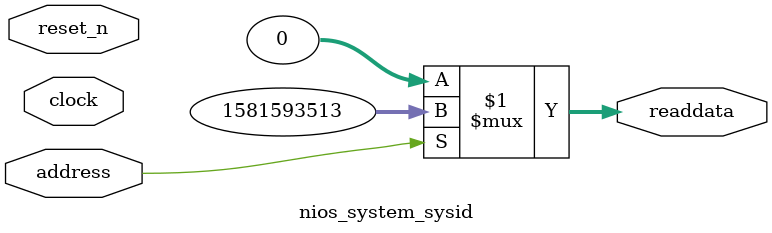
<source format=v>

`timescale 1ns / 1ps
// synthesis translate_on

// turn off superfluous verilog processor warnings 
// altera message_level Level1 
// altera message_off 10034 10035 10036 10037 10230 10240 10030 

module nios_system_sysid (
               // inputs:
                address,
                clock,
                reset_n,

               // outputs:
                readdata
             )
;

  output  [ 31: 0] readdata;
  input            address;
  input            clock;
  input            reset_n;

  wire    [ 31: 0] readdata;
  //control_slave, which is an e_avalon_slave
  assign readdata = address ? 1581593513 : 0;

endmodule




</source>
